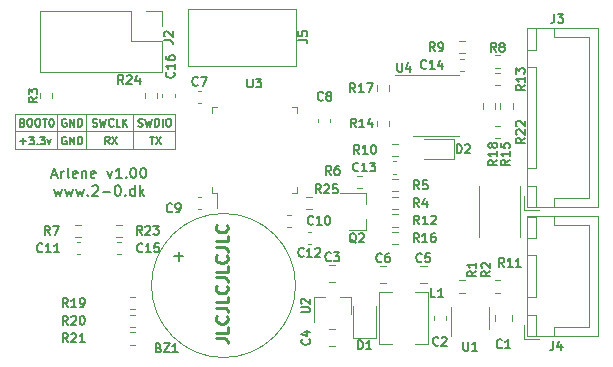
<source format=gbr>
G04 #@! TF.GenerationSoftware,KiCad,Pcbnew,5.1.10-88a1d61d58~90~ubuntu20.04.1*
G04 #@! TF.CreationDate,2021-08-05T14:32:23+02:00*
G04 #@! TF.ProjectId,arlene,61726c65-6e65-42e6-9b69-6361645f7063,v1.00*
G04 #@! TF.SameCoordinates,Original*
G04 #@! TF.FileFunction,Legend,Top*
G04 #@! TF.FilePolarity,Positive*
%FSLAX46Y46*%
G04 Gerber Fmt 4.6, Leading zero omitted, Abs format (unit mm)*
G04 Created by KiCad (PCBNEW 5.1.10-88a1d61d58~90~ubuntu20.04.1) date 2021-08-05 14:32:23*
%MOMM*%
%LPD*%
G01*
G04 APERTURE LIST*
%ADD10C,0.120000*%
%ADD11C,0.150000*%
%ADD12C,0.187500*%
%ADD13C,0.250000*%
G04 APERTURE END LIST*
D10*
X125300000Y-95700000D02*
X138800000Y-95700000D01*
X135300000Y-94200000D02*
X135300000Y-97200000D01*
X131300000Y-94200000D02*
X131300000Y-97200000D01*
X128800000Y-94200000D02*
X128800000Y-97200000D01*
X125300000Y-97200000D02*
X125300000Y-94200000D01*
X138800000Y-97200000D02*
X125300000Y-97200000D01*
X138800000Y-94200000D02*
X138800000Y-97200000D01*
X125300000Y-94200000D02*
X138800000Y-94200000D01*
D11*
X125730952Y-96546428D02*
X126226190Y-96546428D01*
X125978571Y-96794047D02*
X125978571Y-96298809D01*
X126473809Y-96144047D02*
X126876190Y-96144047D01*
X126659523Y-96391666D01*
X126752380Y-96391666D01*
X126814285Y-96422619D01*
X126845238Y-96453571D01*
X126876190Y-96515476D01*
X126876190Y-96670238D01*
X126845238Y-96732142D01*
X126814285Y-96763095D01*
X126752380Y-96794047D01*
X126566666Y-96794047D01*
X126504761Y-96763095D01*
X126473809Y-96732142D01*
X127154761Y-96732142D02*
X127185714Y-96763095D01*
X127154761Y-96794047D01*
X127123809Y-96763095D01*
X127154761Y-96732142D01*
X127154761Y-96794047D01*
X127402380Y-96144047D02*
X127804761Y-96144047D01*
X127588095Y-96391666D01*
X127680952Y-96391666D01*
X127742857Y-96422619D01*
X127773809Y-96453571D01*
X127804761Y-96515476D01*
X127804761Y-96670238D01*
X127773809Y-96732142D01*
X127742857Y-96763095D01*
X127680952Y-96794047D01*
X127495238Y-96794047D01*
X127433333Y-96763095D01*
X127402380Y-96732142D01*
X128021428Y-96360714D02*
X128176190Y-96794047D01*
X128330952Y-96360714D01*
X125908333Y-94953571D02*
X126001190Y-94984523D01*
X126032142Y-95015476D01*
X126063095Y-95077380D01*
X126063095Y-95170238D01*
X126032142Y-95232142D01*
X126001190Y-95263095D01*
X125939285Y-95294047D01*
X125691666Y-95294047D01*
X125691666Y-94644047D01*
X125908333Y-94644047D01*
X125970238Y-94675000D01*
X126001190Y-94705952D01*
X126032142Y-94767857D01*
X126032142Y-94829761D01*
X126001190Y-94891666D01*
X125970238Y-94922619D01*
X125908333Y-94953571D01*
X125691666Y-94953571D01*
X126465476Y-94644047D02*
X126589285Y-94644047D01*
X126651190Y-94675000D01*
X126713095Y-94736904D01*
X126744047Y-94860714D01*
X126744047Y-95077380D01*
X126713095Y-95201190D01*
X126651190Y-95263095D01*
X126589285Y-95294047D01*
X126465476Y-95294047D01*
X126403571Y-95263095D01*
X126341666Y-95201190D01*
X126310714Y-95077380D01*
X126310714Y-94860714D01*
X126341666Y-94736904D01*
X126403571Y-94675000D01*
X126465476Y-94644047D01*
X127146428Y-94644047D02*
X127270238Y-94644047D01*
X127332142Y-94675000D01*
X127394047Y-94736904D01*
X127425000Y-94860714D01*
X127425000Y-95077380D01*
X127394047Y-95201190D01*
X127332142Y-95263095D01*
X127270238Y-95294047D01*
X127146428Y-95294047D01*
X127084523Y-95263095D01*
X127022619Y-95201190D01*
X126991666Y-95077380D01*
X126991666Y-94860714D01*
X127022619Y-94736904D01*
X127084523Y-94675000D01*
X127146428Y-94644047D01*
X127610714Y-94644047D02*
X127982142Y-94644047D01*
X127796428Y-95294047D02*
X127796428Y-94644047D01*
X128322619Y-94644047D02*
X128384523Y-94644047D01*
X128446428Y-94675000D01*
X128477380Y-94705952D01*
X128508333Y-94767857D01*
X128539285Y-94891666D01*
X128539285Y-95046428D01*
X128508333Y-95170238D01*
X128477380Y-95232142D01*
X128446428Y-95263095D01*
X128384523Y-95294047D01*
X128322619Y-95294047D01*
X128260714Y-95263095D01*
X128229761Y-95232142D01*
X128198809Y-95170238D01*
X128167857Y-95046428D01*
X128167857Y-94891666D01*
X128198809Y-94767857D01*
X128229761Y-94705952D01*
X128260714Y-94675000D01*
X128322619Y-94644047D01*
X129604761Y-96175000D02*
X129542857Y-96144047D01*
X129450000Y-96144047D01*
X129357142Y-96175000D01*
X129295238Y-96236904D01*
X129264285Y-96298809D01*
X129233333Y-96422619D01*
X129233333Y-96515476D01*
X129264285Y-96639285D01*
X129295238Y-96701190D01*
X129357142Y-96763095D01*
X129450000Y-96794047D01*
X129511904Y-96794047D01*
X129604761Y-96763095D01*
X129635714Y-96732142D01*
X129635714Y-96515476D01*
X129511904Y-96515476D01*
X129914285Y-96794047D02*
X129914285Y-96144047D01*
X130285714Y-96794047D01*
X130285714Y-96144047D01*
X130595238Y-96794047D02*
X130595238Y-96144047D01*
X130750000Y-96144047D01*
X130842857Y-96175000D01*
X130904761Y-96236904D01*
X130935714Y-96298809D01*
X130966666Y-96422619D01*
X130966666Y-96515476D01*
X130935714Y-96639285D01*
X130904761Y-96701190D01*
X130842857Y-96763095D01*
X130750000Y-96794047D01*
X130595238Y-96794047D01*
X129604761Y-94675000D02*
X129542857Y-94644047D01*
X129450000Y-94644047D01*
X129357142Y-94675000D01*
X129295238Y-94736904D01*
X129264285Y-94798809D01*
X129233333Y-94922619D01*
X129233333Y-95015476D01*
X129264285Y-95139285D01*
X129295238Y-95201190D01*
X129357142Y-95263095D01*
X129450000Y-95294047D01*
X129511904Y-95294047D01*
X129604761Y-95263095D01*
X129635714Y-95232142D01*
X129635714Y-95015476D01*
X129511904Y-95015476D01*
X129914285Y-95294047D02*
X129914285Y-94644047D01*
X130285714Y-95294047D01*
X130285714Y-94644047D01*
X130595238Y-95294047D02*
X130595238Y-94644047D01*
X130750000Y-94644047D01*
X130842857Y-94675000D01*
X130904761Y-94736904D01*
X130935714Y-94798809D01*
X130966666Y-94922619D01*
X130966666Y-95015476D01*
X130935714Y-95139285D01*
X130904761Y-95201190D01*
X130842857Y-95263095D01*
X130750000Y-95294047D01*
X130595238Y-95294047D01*
X136704761Y-96144047D02*
X137076190Y-96144047D01*
X136890476Y-96794047D02*
X136890476Y-96144047D01*
X137230952Y-96144047D02*
X137664285Y-96794047D01*
X137664285Y-96144047D02*
X137230952Y-96794047D01*
X131849761Y-95263095D02*
X131942619Y-95294047D01*
X132097380Y-95294047D01*
X132159285Y-95263095D01*
X132190238Y-95232142D01*
X132221190Y-95170238D01*
X132221190Y-95108333D01*
X132190238Y-95046428D01*
X132159285Y-95015476D01*
X132097380Y-94984523D01*
X131973571Y-94953571D01*
X131911666Y-94922619D01*
X131880714Y-94891666D01*
X131849761Y-94829761D01*
X131849761Y-94767857D01*
X131880714Y-94705952D01*
X131911666Y-94675000D01*
X131973571Y-94644047D01*
X132128333Y-94644047D01*
X132221190Y-94675000D01*
X132437857Y-94644047D02*
X132592619Y-95294047D01*
X132716428Y-94829761D01*
X132840238Y-95294047D01*
X132995000Y-94644047D01*
X133614047Y-95232142D02*
X133583095Y-95263095D01*
X133490238Y-95294047D01*
X133428333Y-95294047D01*
X133335476Y-95263095D01*
X133273571Y-95201190D01*
X133242619Y-95139285D01*
X133211666Y-95015476D01*
X133211666Y-94922619D01*
X133242619Y-94798809D01*
X133273571Y-94736904D01*
X133335476Y-94675000D01*
X133428333Y-94644047D01*
X133490238Y-94644047D01*
X133583095Y-94675000D01*
X133614047Y-94705952D01*
X134202142Y-95294047D02*
X133892619Y-95294047D01*
X133892619Y-94644047D01*
X134418809Y-95294047D02*
X134418809Y-94644047D01*
X134790238Y-95294047D02*
X134511666Y-94922619D01*
X134790238Y-94644047D02*
X134418809Y-95015476D01*
X135722619Y-95263095D02*
X135815476Y-95294047D01*
X135970238Y-95294047D01*
X136032142Y-95263095D01*
X136063095Y-95232142D01*
X136094047Y-95170238D01*
X136094047Y-95108333D01*
X136063095Y-95046428D01*
X136032142Y-95015476D01*
X135970238Y-94984523D01*
X135846428Y-94953571D01*
X135784523Y-94922619D01*
X135753571Y-94891666D01*
X135722619Y-94829761D01*
X135722619Y-94767857D01*
X135753571Y-94705952D01*
X135784523Y-94675000D01*
X135846428Y-94644047D01*
X136001190Y-94644047D01*
X136094047Y-94675000D01*
X136310714Y-94644047D02*
X136465476Y-95294047D01*
X136589285Y-94829761D01*
X136713095Y-95294047D01*
X136867857Y-94644047D01*
X137115476Y-95294047D02*
X137115476Y-94644047D01*
X137270238Y-94644047D01*
X137363095Y-94675000D01*
X137425000Y-94736904D01*
X137455952Y-94798809D01*
X137486904Y-94922619D01*
X137486904Y-95015476D01*
X137455952Y-95139285D01*
X137425000Y-95201190D01*
X137363095Y-95263095D01*
X137270238Y-95294047D01*
X137115476Y-95294047D01*
X137765476Y-95294047D02*
X137765476Y-94644047D01*
X138198809Y-94644047D02*
X138322619Y-94644047D01*
X138384523Y-94675000D01*
X138446428Y-94736904D01*
X138477380Y-94860714D01*
X138477380Y-95077380D01*
X138446428Y-95201190D01*
X138384523Y-95263095D01*
X138322619Y-95294047D01*
X138198809Y-95294047D01*
X138136904Y-95263095D01*
X138075000Y-95201190D01*
X138044047Y-95077380D01*
X138044047Y-94860714D01*
X138075000Y-94736904D01*
X138136904Y-94675000D01*
X138198809Y-94644047D01*
X133291666Y-96794047D02*
X133075000Y-96484523D01*
X132920238Y-96794047D02*
X132920238Y-96144047D01*
X133167857Y-96144047D01*
X133229761Y-96175000D01*
X133260714Y-96205952D01*
X133291666Y-96267857D01*
X133291666Y-96360714D01*
X133260714Y-96422619D01*
X133229761Y-96453571D01*
X133167857Y-96484523D01*
X132920238Y-96484523D01*
X133508333Y-96144047D02*
X133941666Y-96794047D01*
X133941666Y-96144047D02*
X133508333Y-96794047D01*
D12*
X128388095Y-99392916D02*
X128807142Y-99392916D01*
X128304285Y-99644345D02*
X128597619Y-98764345D01*
X128890952Y-99644345D01*
X129184285Y-99644345D02*
X129184285Y-99057678D01*
X129184285Y-99225297D02*
X129226190Y-99141488D01*
X129268095Y-99099583D01*
X129351904Y-99057678D01*
X129435714Y-99057678D01*
X129854761Y-99644345D02*
X129770952Y-99602440D01*
X129729047Y-99518630D01*
X129729047Y-98764345D01*
X130525238Y-99602440D02*
X130441428Y-99644345D01*
X130273809Y-99644345D01*
X130190000Y-99602440D01*
X130148095Y-99518630D01*
X130148095Y-99183392D01*
X130190000Y-99099583D01*
X130273809Y-99057678D01*
X130441428Y-99057678D01*
X130525238Y-99099583D01*
X130567142Y-99183392D01*
X130567142Y-99267202D01*
X130148095Y-99351011D01*
X130944285Y-99057678D02*
X130944285Y-99644345D01*
X130944285Y-99141488D02*
X130986190Y-99099583D01*
X131070000Y-99057678D01*
X131195714Y-99057678D01*
X131279523Y-99099583D01*
X131321428Y-99183392D01*
X131321428Y-99644345D01*
X132075714Y-99602440D02*
X131991904Y-99644345D01*
X131824285Y-99644345D01*
X131740476Y-99602440D01*
X131698571Y-99518630D01*
X131698571Y-99183392D01*
X131740476Y-99099583D01*
X131824285Y-99057678D01*
X131991904Y-99057678D01*
X132075714Y-99099583D01*
X132117619Y-99183392D01*
X132117619Y-99267202D01*
X131698571Y-99351011D01*
X133081428Y-99057678D02*
X133290952Y-99644345D01*
X133500476Y-99057678D01*
X134296666Y-99644345D02*
X133793809Y-99644345D01*
X134045238Y-99644345D02*
X134045238Y-98764345D01*
X133961428Y-98890059D01*
X133877619Y-98973869D01*
X133793809Y-99015773D01*
X134673809Y-99560535D02*
X134715714Y-99602440D01*
X134673809Y-99644345D01*
X134631904Y-99602440D01*
X134673809Y-99560535D01*
X134673809Y-99644345D01*
X135260476Y-98764345D02*
X135344285Y-98764345D01*
X135428095Y-98806250D01*
X135470000Y-98848154D01*
X135511904Y-98931964D01*
X135553809Y-99099583D01*
X135553809Y-99309107D01*
X135511904Y-99476726D01*
X135470000Y-99560535D01*
X135428095Y-99602440D01*
X135344285Y-99644345D01*
X135260476Y-99644345D01*
X135176666Y-99602440D01*
X135134761Y-99560535D01*
X135092857Y-99476726D01*
X135050952Y-99309107D01*
X135050952Y-99099583D01*
X135092857Y-98931964D01*
X135134761Y-98848154D01*
X135176666Y-98806250D01*
X135260476Y-98764345D01*
X136098571Y-98764345D02*
X136182380Y-98764345D01*
X136266190Y-98806250D01*
X136308095Y-98848154D01*
X136350000Y-98931964D01*
X136391904Y-99099583D01*
X136391904Y-99309107D01*
X136350000Y-99476726D01*
X136308095Y-99560535D01*
X136266190Y-99602440D01*
X136182380Y-99644345D01*
X136098571Y-99644345D01*
X136014761Y-99602440D01*
X135972857Y-99560535D01*
X135930952Y-99476726D01*
X135889047Y-99309107D01*
X135889047Y-99099583D01*
X135930952Y-98931964D01*
X135972857Y-98848154D01*
X136014761Y-98806250D01*
X136098571Y-98764345D01*
X128576666Y-100565178D02*
X128744285Y-101151845D01*
X128911904Y-100732797D01*
X129079523Y-101151845D01*
X129247142Y-100565178D01*
X129498571Y-100565178D02*
X129666190Y-101151845D01*
X129833809Y-100732797D01*
X130001428Y-101151845D01*
X130169047Y-100565178D01*
X130420476Y-100565178D02*
X130588095Y-101151845D01*
X130755714Y-100732797D01*
X130923333Y-101151845D01*
X131090952Y-100565178D01*
X131426190Y-101068035D02*
X131468095Y-101109940D01*
X131426190Y-101151845D01*
X131384285Y-101109940D01*
X131426190Y-101068035D01*
X131426190Y-101151845D01*
X131803333Y-100355654D02*
X131845238Y-100313750D01*
X131929047Y-100271845D01*
X132138571Y-100271845D01*
X132222380Y-100313750D01*
X132264285Y-100355654D01*
X132306190Y-100439464D01*
X132306190Y-100523273D01*
X132264285Y-100648988D01*
X131761428Y-101151845D01*
X132306190Y-101151845D01*
X132683333Y-100816607D02*
X133353809Y-100816607D01*
X133940476Y-100271845D02*
X134024285Y-100271845D01*
X134108095Y-100313750D01*
X134150000Y-100355654D01*
X134191904Y-100439464D01*
X134233809Y-100607083D01*
X134233809Y-100816607D01*
X134191904Y-100984226D01*
X134150000Y-101068035D01*
X134108095Y-101109940D01*
X134024285Y-101151845D01*
X133940476Y-101151845D01*
X133856666Y-101109940D01*
X133814761Y-101068035D01*
X133772857Y-100984226D01*
X133730952Y-100816607D01*
X133730952Y-100607083D01*
X133772857Y-100439464D01*
X133814761Y-100355654D01*
X133856666Y-100313750D01*
X133940476Y-100271845D01*
X134610952Y-101068035D02*
X134652857Y-101109940D01*
X134610952Y-101151845D01*
X134569047Y-101109940D01*
X134610952Y-101068035D01*
X134610952Y-101151845D01*
X135407142Y-101151845D02*
X135407142Y-100271845D01*
X135407142Y-101109940D02*
X135323333Y-101151845D01*
X135155714Y-101151845D01*
X135071904Y-101109940D01*
X135030000Y-101068035D01*
X134988095Y-100984226D01*
X134988095Y-100732797D01*
X135030000Y-100648988D01*
X135071904Y-100607083D01*
X135155714Y-100565178D01*
X135323333Y-100565178D01*
X135407142Y-100607083D01*
X135826190Y-101151845D02*
X135826190Y-100271845D01*
X135910000Y-100816607D02*
X136161428Y-101151845D01*
X136161428Y-100565178D02*
X135826190Y-100900416D01*
D13*
X142282380Y-113209047D02*
X142996666Y-113209047D01*
X143139523Y-113256666D01*
X143234761Y-113351904D01*
X143282380Y-113494761D01*
X143282380Y-113590000D01*
X143282380Y-112256666D02*
X143282380Y-112732857D01*
X142282380Y-112732857D01*
X143187142Y-111351904D02*
X143234761Y-111399523D01*
X143282380Y-111542380D01*
X143282380Y-111637619D01*
X143234761Y-111780476D01*
X143139523Y-111875714D01*
X143044285Y-111923333D01*
X142853809Y-111970952D01*
X142710952Y-111970952D01*
X142520476Y-111923333D01*
X142425238Y-111875714D01*
X142330000Y-111780476D01*
X142282380Y-111637619D01*
X142282380Y-111542380D01*
X142330000Y-111399523D01*
X142377619Y-111351904D01*
X142282380Y-110637619D02*
X142996666Y-110637619D01*
X143139523Y-110685238D01*
X143234761Y-110780476D01*
X143282380Y-110923333D01*
X143282380Y-111018571D01*
X143282380Y-109685238D02*
X143282380Y-110161428D01*
X142282380Y-110161428D01*
X143187142Y-108780476D02*
X143234761Y-108828095D01*
X143282380Y-108970952D01*
X143282380Y-109066190D01*
X143234761Y-109209047D01*
X143139523Y-109304285D01*
X143044285Y-109351904D01*
X142853809Y-109399523D01*
X142710952Y-109399523D01*
X142520476Y-109351904D01*
X142425238Y-109304285D01*
X142330000Y-109209047D01*
X142282380Y-109066190D01*
X142282380Y-108970952D01*
X142330000Y-108828095D01*
X142377619Y-108780476D01*
X142282380Y-108066190D02*
X142996666Y-108066190D01*
X143139523Y-108113809D01*
X143234761Y-108209047D01*
X143282380Y-108351904D01*
X143282380Y-108447142D01*
X143282380Y-107113809D02*
X143282380Y-107590000D01*
X142282380Y-107590000D01*
X143187142Y-106209047D02*
X143234761Y-106256666D01*
X143282380Y-106399523D01*
X143282380Y-106494761D01*
X143234761Y-106637619D01*
X143139523Y-106732857D01*
X143044285Y-106780476D01*
X142853809Y-106828095D01*
X142710952Y-106828095D01*
X142520476Y-106780476D01*
X142425238Y-106732857D01*
X142330000Y-106637619D01*
X142282380Y-106494761D01*
X142282380Y-106399523D01*
X142330000Y-106256666D01*
X142377619Y-106209047D01*
X142282380Y-105494761D02*
X142996666Y-105494761D01*
X143139523Y-105542380D01*
X143234761Y-105637619D01*
X143282380Y-105780476D01*
X143282380Y-105875714D01*
X143282380Y-104542380D02*
X143282380Y-105018571D01*
X142282380Y-105018571D01*
X143187142Y-103637619D02*
X143234761Y-103685238D01*
X143282380Y-103828095D01*
X143282380Y-103923333D01*
X143234761Y-104066190D01*
X143139523Y-104161428D01*
X143044285Y-104209047D01*
X142853809Y-104256666D01*
X142710952Y-104256666D01*
X142520476Y-104209047D01*
X142425238Y-104161428D01*
X142330000Y-104066190D01*
X142282380Y-103923333D01*
X142282380Y-103828095D01*
X142330000Y-103685238D01*
X142377619Y-103637619D01*
D10*
X139930000Y-85340000D02*
X149030000Y-85340000D01*
X149030000Y-85340000D02*
X149030000Y-90140000D01*
X149030000Y-90140000D02*
X139930000Y-90140000D01*
X139930000Y-90140000D02*
X139930000Y-85340000D01*
X164580000Y-104677064D02*
X164580000Y-100322936D01*
X168000000Y-104677064D02*
X168000000Y-100322936D01*
X167402500Y-93292742D02*
X167402500Y-93767258D01*
X166357500Y-93292742D02*
X166357500Y-93767258D01*
X164857500Y-93292742D02*
X164857500Y-93767258D01*
X165902500Y-93292742D02*
X165902500Y-93767258D01*
X166367258Y-90767500D02*
X165892742Y-90767500D01*
X166367258Y-91812500D02*
X165892742Y-91812500D01*
X160910000Y-96090000D02*
X162860000Y-96090000D01*
X160910000Y-96090000D02*
X158960000Y-96090000D01*
X160910000Y-90970000D02*
X162860000Y-90970000D01*
X160910000Y-90970000D02*
X157460000Y-90970000D01*
X157192742Y-101237500D02*
X157667258Y-101237500D01*
X157192742Y-102282500D02*
X157667258Y-102282500D01*
X157667258Y-99737500D02*
X157192742Y-99737500D01*
X157667258Y-100782500D02*
X157192742Y-100782500D01*
X157667258Y-105262500D02*
X157192742Y-105262500D01*
X157667258Y-104217500D02*
X157192742Y-104217500D01*
X157192742Y-103762500D02*
X157667258Y-103762500D01*
X157192742Y-102717500D02*
X157667258Y-102717500D01*
X168640000Y-113020000D02*
X174610000Y-113020000D01*
X174610000Y-113020000D02*
X174610000Y-102900000D01*
X174610000Y-102900000D02*
X168640000Y-102900000D01*
X168640000Y-102900000D02*
X168640000Y-113020000D01*
X168650000Y-109710000D02*
X169400000Y-109710000D01*
X169400000Y-109710000D02*
X169400000Y-106210000D01*
X169400000Y-106210000D02*
X168650000Y-106210000D01*
X168650000Y-106210000D02*
X168650000Y-109710000D01*
X168650000Y-113010000D02*
X169400000Y-113010000D01*
X169400000Y-113010000D02*
X169400000Y-111210000D01*
X169400000Y-111210000D02*
X168650000Y-111210000D01*
X168650000Y-111210000D02*
X168650000Y-113010000D01*
X168650000Y-104710000D02*
X169400000Y-104710000D01*
X169400000Y-104710000D02*
X169400000Y-102910000D01*
X169400000Y-102910000D02*
X168650000Y-102910000D01*
X168650000Y-102910000D02*
X168650000Y-104710000D01*
X170900000Y-113010000D02*
X170900000Y-112260000D01*
X170900000Y-112260000D02*
X173850000Y-112260000D01*
X173850000Y-112260000D02*
X173850000Y-107960000D01*
X170900000Y-102910000D02*
X170900000Y-103660000D01*
X170900000Y-103660000D02*
X173850000Y-103660000D01*
X173850000Y-103660000D02*
X173850000Y-107960000D01*
X168350000Y-112060000D02*
X168350000Y-113310000D01*
X168350000Y-113310000D02*
X169600000Y-113310000D01*
X168640000Y-102100000D02*
X174610000Y-102100000D01*
X174610000Y-102100000D02*
X174610000Y-86980000D01*
X174610000Y-86980000D02*
X168640000Y-86980000D01*
X168640000Y-86980000D02*
X168640000Y-102100000D01*
X168650000Y-98790000D02*
X169400000Y-98790000D01*
X169400000Y-98790000D02*
X169400000Y-90290000D01*
X169400000Y-90290000D02*
X168650000Y-90290000D01*
X168650000Y-90290000D02*
X168650000Y-98790000D01*
X168650000Y-102090000D02*
X169400000Y-102090000D01*
X169400000Y-102090000D02*
X169400000Y-100290000D01*
X169400000Y-100290000D02*
X168650000Y-100290000D01*
X168650000Y-100290000D02*
X168650000Y-102090000D01*
X168650000Y-88790000D02*
X169400000Y-88790000D01*
X169400000Y-88790000D02*
X169400000Y-86990000D01*
X169400000Y-86990000D02*
X168650000Y-86990000D01*
X168650000Y-86990000D02*
X168650000Y-88790000D01*
X170900000Y-102090000D02*
X170900000Y-101340000D01*
X170900000Y-101340000D02*
X173850000Y-101340000D01*
X173850000Y-101340000D02*
X173850000Y-94540000D01*
X170900000Y-86990000D02*
X170900000Y-87740000D01*
X170900000Y-87740000D02*
X173850000Y-87740000D01*
X173850000Y-87740000D02*
X173850000Y-94540000D01*
X168350000Y-101140000D02*
X168350000Y-102390000D01*
X168350000Y-102390000D02*
X169600000Y-102390000D01*
X149030000Y-108750000D02*
G75*
G03*
X149030000Y-108750000I-6100000J0D01*
G01*
X165895000Y-111761252D02*
X165895000Y-111238748D01*
X167365000Y-111761252D02*
X167365000Y-111238748D01*
X160730000Y-111359420D02*
X160730000Y-111640580D01*
X161750000Y-111359420D02*
X161750000Y-111640580D01*
X152401252Y-108485000D02*
X151878748Y-108485000D01*
X152401252Y-107015000D02*
X151878748Y-107015000D01*
X152401252Y-112435000D02*
X151878748Y-112435000D01*
X152401252Y-113905000D02*
X151878748Y-113905000D01*
X159598748Y-107095000D02*
X160121252Y-107095000D01*
X159598748Y-108565000D02*
X160121252Y-108565000D01*
X156701252Y-107095000D02*
X156178748Y-107095000D01*
X156701252Y-108565000D02*
X156178748Y-108565000D01*
X141010580Y-93270000D02*
X140729420Y-93270000D01*
X141010580Y-92250000D02*
X140729420Y-92250000D01*
X150920000Y-94629420D02*
X150920000Y-94910580D01*
X151940000Y-94629420D02*
X151940000Y-94910580D01*
X141010580Y-101270000D02*
X140729420Y-101270000D01*
X141010580Y-102290000D02*
X140729420Y-102290000D01*
X148329420Y-102760000D02*
X148610580Y-102760000D01*
X148329420Y-103780000D02*
X148610580Y-103780000D01*
X150049420Y-104250000D02*
X150330580Y-104250000D01*
X150049420Y-105270000D02*
X150330580Y-105270000D01*
X157570580Y-99270000D02*
X157289420Y-99270000D01*
X157570580Y-98250000D02*
X157289420Y-98250000D01*
X162989420Y-89560000D02*
X163270580Y-89560000D01*
X162989420Y-90580000D02*
X163270580Y-90580000D01*
X155840000Y-113185000D02*
X155840000Y-110500000D01*
X153920000Y-113185000D02*
X155840000Y-113185000D01*
X153920000Y-110500000D02*
X153920000Y-113185000D01*
X162410000Y-98060000D02*
X162410000Y-96360000D01*
X162410000Y-96360000D02*
X159860000Y-96360000D01*
X162410000Y-98060000D02*
X159860000Y-98060000D01*
X162872742Y-108307500D02*
X163347258Y-108307500D01*
X162872742Y-109352500D02*
X163347258Y-109352500D01*
X165872742Y-109352500D02*
X166347258Y-109352500D01*
X165872742Y-108307500D02*
X166347258Y-108307500D01*
X128422500Y-92442742D02*
X128422500Y-92917258D01*
X127377500Y-92442742D02*
X127377500Y-92917258D01*
X154192742Y-100512500D02*
X154667258Y-100512500D01*
X154192742Y-99467500D02*
X154667258Y-99467500D01*
X165892742Y-89277500D02*
X166367258Y-89277500D01*
X165892742Y-90322500D02*
X166367258Y-90322500D01*
X162892742Y-89102500D02*
X163367258Y-89102500D01*
X162892742Y-88057500D02*
X163367258Y-88057500D01*
X157192742Y-97782500D02*
X157667258Y-97782500D01*
X157192742Y-96737500D02*
X157667258Y-96737500D01*
X155927500Y-95267258D02*
X155927500Y-94792742D01*
X156972500Y-95267258D02*
X156972500Y-94792742D01*
X155927500Y-92267258D02*
X155927500Y-91792742D01*
X156972500Y-92267258D02*
X156972500Y-91792742D01*
X165420000Y-112400000D02*
X165420000Y-110600000D01*
X162200000Y-110600000D02*
X162200000Y-113050000D01*
X153720000Y-109690000D02*
X153720000Y-111150000D01*
X150560000Y-109690000D02*
X150560000Y-111850000D01*
X150560000Y-109690000D02*
X151490000Y-109690000D01*
X153720000Y-109690000D02*
X152790000Y-109690000D01*
X149140000Y-94110000D02*
X149140000Y-93660000D01*
X149140000Y-93660000D02*
X148690000Y-93660000D01*
X149140000Y-100430000D02*
X149140000Y-100880000D01*
X149140000Y-100880000D02*
X148690000Y-100880000D01*
X141920000Y-94110000D02*
X141920000Y-93660000D01*
X141920000Y-93660000D02*
X142370000Y-93660000D01*
X141920000Y-100430000D02*
X141920000Y-100880000D01*
X141920000Y-100880000D02*
X142370000Y-100880000D01*
X142370000Y-100880000D02*
X142370000Y-102170000D01*
X137680000Y-85490000D02*
X137680000Y-86820000D01*
X136350000Y-85490000D02*
X137680000Y-85490000D01*
X137680000Y-88090000D02*
X137680000Y-90690000D01*
X135080000Y-88090000D02*
X137680000Y-88090000D01*
X135080000Y-85490000D02*
X135080000Y-88090000D01*
X137680000Y-90690000D02*
X127400000Y-90690000D01*
X135080000Y-85490000D02*
X127400000Y-85490000D01*
X127400000Y-85490000D02*
X127400000Y-90690000D01*
X134992742Y-110772500D02*
X135467258Y-110772500D01*
X134992742Y-109727500D02*
X135467258Y-109727500D01*
X134992742Y-111217500D02*
X135467258Y-111217500D01*
X134992742Y-112262500D02*
X135467258Y-112262500D01*
X134992742Y-112707500D02*
X135467258Y-112707500D01*
X134992742Y-113752500D02*
X135467258Y-113752500D01*
X159180000Y-109300000D02*
X160280000Y-109300000D01*
X160280000Y-109300000D02*
X160280000Y-113700000D01*
X160280000Y-113700000D02*
X159180000Y-113700000D01*
X157180000Y-113700000D02*
X156080000Y-113700000D01*
X156080000Y-113700000D02*
X156080000Y-109300000D01*
X156080000Y-109300000D02*
X157180000Y-109300000D01*
X165892742Y-96292500D02*
X166367258Y-96292500D01*
X165892742Y-95247500D02*
X166367258Y-95247500D01*
X154980000Y-104080000D02*
X154980000Y-103150000D01*
X154980000Y-100920000D02*
X154980000Y-101850000D01*
X154980000Y-100920000D02*
X152820000Y-100920000D01*
X154980000Y-104080000D02*
X153520000Y-104080000D01*
X130484420Y-105090000D02*
X130765580Y-105090000D01*
X130484420Y-106110000D02*
X130765580Y-106110000D01*
X133944420Y-105090000D02*
X134225580Y-105090000D01*
X133944420Y-106110000D02*
X134225580Y-106110000D01*
X138780000Y-92820580D02*
X138780000Y-92539420D01*
X137760000Y-92820580D02*
X137760000Y-92539420D01*
X130387742Y-103587500D02*
X130862258Y-103587500D01*
X130387742Y-104632500D02*
X130862258Y-104632500D01*
X133847742Y-104632500D02*
X134322258Y-104632500D01*
X133847742Y-103587500D02*
X134322258Y-103587500D01*
X136247500Y-92917258D02*
X136247500Y-92442742D01*
X137292500Y-92917258D02*
X137292500Y-92442742D01*
X149952742Y-102302500D02*
X150427258Y-102302500D01*
X149952742Y-101257500D02*
X150427258Y-101257500D01*
D11*
X149249285Y-87960000D02*
X149785000Y-87960000D01*
X149892142Y-87995714D01*
X149963571Y-88067142D01*
X149999285Y-88174285D01*
X149999285Y-88245714D01*
X149249285Y-87245714D02*
X149249285Y-87602857D01*
X149606428Y-87638571D01*
X149570714Y-87602857D01*
X149535000Y-87531428D01*
X149535000Y-87352857D01*
X149570714Y-87281428D01*
X149606428Y-87245714D01*
X149677857Y-87210000D01*
X149856428Y-87210000D01*
X149927857Y-87245714D01*
X149963571Y-87281428D01*
X149999285Y-87352857D01*
X149999285Y-87531428D01*
X149963571Y-87602857D01*
X149927857Y-87638571D01*
X166687857Y-107179285D02*
X166437857Y-106822142D01*
X166259285Y-107179285D02*
X166259285Y-106429285D01*
X166545000Y-106429285D01*
X166616428Y-106465000D01*
X166652142Y-106500714D01*
X166687857Y-106572142D01*
X166687857Y-106679285D01*
X166652142Y-106750714D01*
X166616428Y-106786428D01*
X166545000Y-106822142D01*
X166259285Y-106822142D01*
X167402142Y-107179285D02*
X166973571Y-107179285D01*
X167187857Y-107179285D02*
X167187857Y-106429285D01*
X167116428Y-106536428D01*
X167045000Y-106607857D01*
X166973571Y-106643571D01*
X168116428Y-107179285D02*
X167687857Y-107179285D01*
X167902142Y-107179285D02*
X167902142Y-106429285D01*
X167830714Y-106536428D01*
X167759285Y-106607857D01*
X167687857Y-106643571D01*
X167149285Y-98102142D02*
X166792142Y-98352142D01*
X167149285Y-98530714D02*
X166399285Y-98530714D01*
X166399285Y-98245000D01*
X166435000Y-98173571D01*
X166470714Y-98137857D01*
X166542142Y-98102142D01*
X166649285Y-98102142D01*
X166720714Y-98137857D01*
X166756428Y-98173571D01*
X166792142Y-98245000D01*
X166792142Y-98530714D01*
X167149285Y-97387857D02*
X167149285Y-97816428D01*
X167149285Y-97602142D02*
X166399285Y-97602142D01*
X166506428Y-97673571D01*
X166577857Y-97745000D01*
X166613571Y-97816428D01*
X166399285Y-96709285D02*
X166399285Y-97066428D01*
X166756428Y-97102142D01*
X166720714Y-97066428D01*
X166685000Y-96995000D01*
X166685000Y-96816428D01*
X166720714Y-96745000D01*
X166756428Y-96709285D01*
X166827857Y-96673571D01*
X167006428Y-96673571D01*
X167077857Y-96709285D01*
X167113571Y-96745000D01*
X167149285Y-96816428D01*
X167149285Y-96995000D01*
X167113571Y-97066428D01*
X167077857Y-97102142D01*
X166089285Y-98102142D02*
X165732142Y-98352142D01*
X166089285Y-98530714D02*
X165339285Y-98530714D01*
X165339285Y-98245000D01*
X165375000Y-98173571D01*
X165410714Y-98137857D01*
X165482142Y-98102142D01*
X165589285Y-98102142D01*
X165660714Y-98137857D01*
X165696428Y-98173571D01*
X165732142Y-98245000D01*
X165732142Y-98530714D01*
X166089285Y-97387857D02*
X166089285Y-97816428D01*
X166089285Y-97602142D02*
X165339285Y-97602142D01*
X165446428Y-97673571D01*
X165517857Y-97745000D01*
X165553571Y-97816428D01*
X165660714Y-96959285D02*
X165625000Y-97030714D01*
X165589285Y-97066428D01*
X165517857Y-97102142D01*
X165482142Y-97102142D01*
X165410714Y-97066428D01*
X165375000Y-97030714D01*
X165339285Y-96959285D01*
X165339285Y-96816428D01*
X165375000Y-96745000D01*
X165410714Y-96709285D01*
X165482142Y-96673571D01*
X165517857Y-96673571D01*
X165589285Y-96709285D01*
X165625000Y-96745000D01*
X165660714Y-96816428D01*
X165660714Y-96959285D01*
X165696428Y-97030714D01*
X165732142Y-97066428D01*
X165803571Y-97102142D01*
X165946428Y-97102142D01*
X166017857Y-97066428D01*
X166053571Y-97030714D01*
X166089285Y-96959285D01*
X166089285Y-96816428D01*
X166053571Y-96745000D01*
X166017857Y-96709285D01*
X165946428Y-96673571D01*
X165803571Y-96673571D01*
X165732142Y-96709285D01*
X165696428Y-96745000D01*
X165660714Y-96816428D01*
X168439285Y-91772142D02*
X168082142Y-92022142D01*
X168439285Y-92200714D02*
X167689285Y-92200714D01*
X167689285Y-91915000D01*
X167725000Y-91843571D01*
X167760714Y-91807857D01*
X167832142Y-91772142D01*
X167939285Y-91772142D01*
X168010714Y-91807857D01*
X168046428Y-91843571D01*
X168082142Y-91915000D01*
X168082142Y-92200714D01*
X168439285Y-91057857D02*
X168439285Y-91486428D01*
X168439285Y-91272142D02*
X167689285Y-91272142D01*
X167796428Y-91343571D01*
X167867857Y-91415000D01*
X167903571Y-91486428D01*
X167689285Y-90807857D02*
X167689285Y-90343571D01*
X167975000Y-90593571D01*
X167975000Y-90486428D01*
X168010714Y-90415000D01*
X168046428Y-90379285D01*
X168117857Y-90343571D01*
X168296428Y-90343571D01*
X168367857Y-90379285D01*
X168403571Y-90415000D01*
X168439285Y-90486428D01*
X168439285Y-90700714D01*
X168403571Y-90772142D01*
X168367857Y-90807857D01*
X157628571Y-89899285D02*
X157628571Y-90506428D01*
X157664285Y-90577857D01*
X157700000Y-90613571D01*
X157771428Y-90649285D01*
X157914285Y-90649285D01*
X157985714Y-90613571D01*
X158021428Y-90577857D01*
X158057142Y-90506428D01*
X158057142Y-89899285D01*
X158735714Y-90149285D02*
X158735714Y-90649285D01*
X158557142Y-89863571D02*
X158378571Y-90399285D01*
X158842857Y-90399285D01*
X159485000Y-102109285D02*
X159235000Y-101752142D01*
X159056428Y-102109285D02*
X159056428Y-101359285D01*
X159342142Y-101359285D01*
X159413571Y-101395000D01*
X159449285Y-101430714D01*
X159485000Y-101502142D01*
X159485000Y-101609285D01*
X159449285Y-101680714D01*
X159413571Y-101716428D01*
X159342142Y-101752142D01*
X159056428Y-101752142D01*
X160127857Y-101609285D02*
X160127857Y-102109285D01*
X159949285Y-101323571D02*
X159770714Y-101859285D01*
X160235000Y-101859285D01*
X159495000Y-100599285D02*
X159245000Y-100242142D01*
X159066428Y-100599285D02*
X159066428Y-99849285D01*
X159352142Y-99849285D01*
X159423571Y-99885000D01*
X159459285Y-99920714D01*
X159495000Y-99992142D01*
X159495000Y-100099285D01*
X159459285Y-100170714D01*
X159423571Y-100206428D01*
X159352142Y-100242142D01*
X159066428Y-100242142D01*
X160173571Y-99849285D02*
X159816428Y-99849285D01*
X159780714Y-100206428D01*
X159816428Y-100170714D01*
X159887857Y-100135000D01*
X160066428Y-100135000D01*
X160137857Y-100170714D01*
X160173571Y-100206428D01*
X160209285Y-100277857D01*
X160209285Y-100456428D01*
X160173571Y-100527857D01*
X160137857Y-100563571D01*
X160066428Y-100599285D01*
X159887857Y-100599285D01*
X159816428Y-100563571D01*
X159780714Y-100527857D01*
X159477857Y-105069285D02*
X159227857Y-104712142D01*
X159049285Y-105069285D02*
X159049285Y-104319285D01*
X159335000Y-104319285D01*
X159406428Y-104355000D01*
X159442142Y-104390714D01*
X159477857Y-104462142D01*
X159477857Y-104569285D01*
X159442142Y-104640714D01*
X159406428Y-104676428D01*
X159335000Y-104712142D01*
X159049285Y-104712142D01*
X160192142Y-105069285D02*
X159763571Y-105069285D01*
X159977857Y-105069285D02*
X159977857Y-104319285D01*
X159906428Y-104426428D01*
X159835000Y-104497857D01*
X159763571Y-104533571D01*
X160835000Y-104319285D02*
X160692142Y-104319285D01*
X160620714Y-104355000D01*
X160585000Y-104390714D01*
X160513571Y-104497857D01*
X160477857Y-104640714D01*
X160477857Y-104926428D01*
X160513571Y-104997857D01*
X160549285Y-105033571D01*
X160620714Y-105069285D01*
X160763571Y-105069285D01*
X160835000Y-105033571D01*
X160870714Y-104997857D01*
X160906428Y-104926428D01*
X160906428Y-104747857D01*
X160870714Y-104676428D01*
X160835000Y-104640714D01*
X160763571Y-104605000D01*
X160620714Y-104605000D01*
X160549285Y-104640714D01*
X160513571Y-104676428D01*
X160477857Y-104747857D01*
X159497857Y-103579285D02*
X159247857Y-103222142D01*
X159069285Y-103579285D02*
X159069285Y-102829285D01*
X159355000Y-102829285D01*
X159426428Y-102865000D01*
X159462142Y-102900714D01*
X159497857Y-102972142D01*
X159497857Y-103079285D01*
X159462142Y-103150714D01*
X159426428Y-103186428D01*
X159355000Y-103222142D01*
X159069285Y-103222142D01*
X160212142Y-103579285D02*
X159783571Y-103579285D01*
X159997857Y-103579285D02*
X159997857Y-102829285D01*
X159926428Y-102936428D01*
X159855000Y-103007857D01*
X159783571Y-103043571D01*
X160497857Y-102900714D02*
X160533571Y-102865000D01*
X160605000Y-102829285D01*
X160783571Y-102829285D01*
X160855000Y-102865000D01*
X160890714Y-102900714D01*
X160926428Y-102972142D01*
X160926428Y-103043571D01*
X160890714Y-103150714D01*
X160462142Y-103579285D01*
X160926428Y-103579285D01*
X170850000Y-113489285D02*
X170850000Y-114025000D01*
X170814285Y-114132142D01*
X170742857Y-114203571D01*
X170635714Y-114239285D01*
X170564285Y-114239285D01*
X171528571Y-113739285D02*
X171528571Y-114239285D01*
X171350000Y-113453571D02*
X171171428Y-113989285D01*
X171635714Y-113989285D01*
X170940000Y-85769285D02*
X170940000Y-86305000D01*
X170904285Y-86412142D01*
X170832857Y-86483571D01*
X170725714Y-86519285D01*
X170654285Y-86519285D01*
X171225714Y-85769285D02*
X171690000Y-85769285D01*
X171440000Y-86055000D01*
X171547142Y-86055000D01*
X171618571Y-86090714D01*
X171654285Y-86126428D01*
X171690000Y-86197857D01*
X171690000Y-86376428D01*
X171654285Y-86447857D01*
X171618571Y-86483571D01*
X171547142Y-86519285D01*
X171332857Y-86519285D01*
X171261428Y-86483571D01*
X171225714Y-86447857D01*
X137429285Y-114016428D02*
X137536428Y-114052142D01*
X137572142Y-114087857D01*
X137607857Y-114159285D01*
X137607857Y-114266428D01*
X137572142Y-114337857D01*
X137536428Y-114373571D01*
X137465000Y-114409285D01*
X137179285Y-114409285D01*
X137179285Y-113659285D01*
X137429285Y-113659285D01*
X137500714Y-113695000D01*
X137536428Y-113730714D01*
X137572142Y-113802142D01*
X137572142Y-113873571D01*
X137536428Y-113945000D01*
X137500714Y-113980714D01*
X137429285Y-114016428D01*
X137179285Y-114016428D01*
X137857857Y-113659285D02*
X138357857Y-113659285D01*
X137857857Y-114409285D01*
X138357857Y-114409285D01*
X139036428Y-114409285D02*
X138607857Y-114409285D01*
X138822142Y-114409285D02*
X138822142Y-113659285D01*
X138750714Y-113766428D01*
X138679285Y-113837857D01*
X138607857Y-113873571D01*
X138739047Y-106281428D02*
X139500952Y-106281428D01*
X139120000Y-106662380D02*
X139120000Y-105900476D01*
X166505000Y-113987857D02*
X166469285Y-114023571D01*
X166362142Y-114059285D01*
X166290714Y-114059285D01*
X166183571Y-114023571D01*
X166112142Y-113952142D01*
X166076428Y-113880714D01*
X166040714Y-113737857D01*
X166040714Y-113630714D01*
X166076428Y-113487857D01*
X166112142Y-113416428D01*
X166183571Y-113345000D01*
X166290714Y-113309285D01*
X166362142Y-113309285D01*
X166469285Y-113345000D01*
X166505000Y-113380714D01*
X167219285Y-114059285D02*
X166790714Y-114059285D01*
X167005000Y-114059285D02*
X167005000Y-113309285D01*
X166933571Y-113416428D01*
X166862142Y-113487857D01*
X166790714Y-113523571D01*
X161115000Y-113767857D02*
X161079285Y-113803571D01*
X160972142Y-113839285D01*
X160900714Y-113839285D01*
X160793571Y-113803571D01*
X160722142Y-113732142D01*
X160686428Y-113660714D01*
X160650714Y-113517857D01*
X160650714Y-113410714D01*
X160686428Y-113267857D01*
X160722142Y-113196428D01*
X160793571Y-113125000D01*
X160900714Y-113089285D01*
X160972142Y-113089285D01*
X161079285Y-113125000D01*
X161115000Y-113160714D01*
X161400714Y-113160714D02*
X161436428Y-113125000D01*
X161507857Y-113089285D01*
X161686428Y-113089285D01*
X161757857Y-113125000D01*
X161793571Y-113160714D01*
X161829285Y-113232142D01*
X161829285Y-113303571D01*
X161793571Y-113410714D01*
X161365000Y-113839285D01*
X161829285Y-113839285D01*
X152025000Y-106627857D02*
X151989285Y-106663571D01*
X151882142Y-106699285D01*
X151810714Y-106699285D01*
X151703571Y-106663571D01*
X151632142Y-106592142D01*
X151596428Y-106520714D01*
X151560714Y-106377857D01*
X151560714Y-106270714D01*
X151596428Y-106127857D01*
X151632142Y-106056428D01*
X151703571Y-105985000D01*
X151810714Y-105949285D01*
X151882142Y-105949285D01*
X151989285Y-105985000D01*
X152025000Y-106020714D01*
X152275000Y-105949285D02*
X152739285Y-105949285D01*
X152489285Y-106235000D01*
X152596428Y-106235000D01*
X152667857Y-106270714D01*
X152703571Y-106306428D01*
X152739285Y-106377857D01*
X152739285Y-106556428D01*
X152703571Y-106627857D01*
X152667857Y-106663571D01*
X152596428Y-106699285D01*
X152382142Y-106699285D01*
X152310714Y-106663571D01*
X152275000Y-106627857D01*
X150197857Y-113295000D02*
X150233571Y-113330714D01*
X150269285Y-113437857D01*
X150269285Y-113509285D01*
X150233571Y-113616428D01*
X150162142Y-113687857D01*
X150090714Y-113723571D01*
X149947857Y-113759285D01*
X149840714Y-113759285D01*
X149697857Y-113723571D01*
X149626428Y-113687857D01*
X149555000Y-113616428D01*
X149519285Y-113509285D01*
X149519285Y-113437857D01*
X149555000Y-113330714D01*
X149590714Y-113295000D01*
X149769285Y-112652142D02*
X150269285Y-112652142D01*
X149483571Y-112830714D02*
X150019285Y-113009285D01*
X150019285Y-112545000D01*
X159715000Y-106707857D02*
X159679285Y-106743571D01*
X159572142Y-106779285D01*
X159500714Y-106779285D01*
X159393571Y-106743571D01*
X159322142Y-106672142D01*
X159286428Y-106600714D01*
X159250714Y-106457857D01*
X159250714Y-106350714D01*
X159286428Y-106207857D01*
X159322142Y-106136428D01*
X159393571Y-106065000D01*
X159500714Y-106029285D01*
X159572142Y-106029285D01*
X159679285Y-106065000D01*
X159715000Y-106100714D01*
X160393571Y-106029285D02*
X160036428Y-106029285D01*
X160000714Y-106386428D01*
X160036428Y-106350714D01*
X160107857Y-106315000D01*
X160286428Y-106315000D01*
X160357857Y-106350714D01*
X160393571Y-106386428D01*
X160429285Y-106457857D01*
X160429285Y-106636428D01*
X160393571Y-106707857D01*
X160357857Y-106743571D01*
X160286428Y-106779285D01*
X160107857Y-106779285D01*
X160036428Y-106743571D01*
X160000714Y-106707857D01*
X156315000Y-106717857D02*
X156279285Y-106753571D01*
X156172142Y-106789285D01*
X156100714Y-106789285D01*
X155993571Y-106753571D01*
X155922142Y-106682142D01*
X155886428Y-106610714D01*
X155850714Y-106467857D01*
X155850714Y-106360714D01*
X155886428Y-106217857D01*
X155922142Y-106146428D01*
X155993571Y-106075000D01*
X156100714Y-106039285D01*
X156172142Y-106039285D01*
X156279285Y-106075000D01*
X156315000Y-106110714D01*
X156957857Y-106039285D02*
X156815000Y-106039285D01*
X156743571Y-106075000D01*
X156707857Y-106110714D01*
X156636428Y-106217857D01*
X156600714Y-106360714D01*
X156600714Y-106646428D01*
X156636428Y-106717857D01*
X156672142Y-106753571D01*
X156743571Y-106789285D01*
X156886428Y-106789285D01*
X156957857Y-106753571D01*
X156993571Y-106717857D01*
X157029285Y-106646428D01*
X157029285Y-106467857D01*
X156993571Y-106396428D01*
X156957857Y-106360714D01*
X156886428Y-106325000D01*
X156743571Y-106325000D01*
X156672142Y-106360714D01*
X156636428Y-106396428D01*
X156600714Y-106467857D01*
X140755000Y-91777857D02*
X140719285Y-91813571D01*
X140612142Y-91849285D01*
X140540714Y-91849285D01*
X140433571Y-91813571D01*
X140362142Y-91742142D01*
X140326428Y-91670714D01*
X140290714Y-91527857D01*
X140290714Y-91420714D01*
X140326428Y-91277857D01*
X140362142Y-91206428D01*
X140433571Y-91135000D01*
X140540714Y-91099285D01*
X140612142Y-91099285D01*
X140719285Y-91135000D01*
X140755000Y-91170714D01*
X141005000Y-91099285D02*
X141505000Y-91099285D01*
X141183571Y-91849285D01*
X151355000Y-93027857D02*
X151319285Y-93063571D01*
X151212142Y-93099285D01*
X151140714Y-93099285D01*
X151033571Y-93063571D01*
X150962142Y-92992142D01*
X150926428Y-92920714D01*
X150890714Y-92777857D01*
X150890714Y-92670714D01*
X150926428Y-92527857D01*
X150962142Y-92456428D01*
X151033571Y-92385000D01*
X151140714Y-92349285D01*
X151212142Y-92349285D01*
X151319285Y-92385000D01*
X151355000Y-92420714D01*
X151783571Y-92670714D02*
X151712142Y-92635000D01*
X151676428Y-92599285D01*
X151640714Y-92527857D01*
X151640714Y-92492142D01*
X151676428Y-92420714D01*
X151712142Y-92385000D01*
X151783571Y-92349285D01*
X151926428Y-92349285D01*
X151997857Y-92385000D01*
X152033571Y-92420714D01*
X152069285Y-92492142D01*
X152069285Y-92527857D01*
X152033571Y-92599285D01*
X151997857Y-92635000D01*
X151926428Y-92670714D01*
X151783571Y-92670714D01*
X151712142Y-92706428D01*
X151676428Y-92742142D01*
X151640714Y-92813571D01*
X151640714Y-92956428D01*
X151676428Y-93027857D01*
X151712142Y-93063571D01*
X151783571Y-93099285D01*
X151926428Y-93099285D01*
X151997857Y-93063571D01*
X152033571Y-93027857D01*
X152069285Y-92956428D01*
X152069285Y-92813571D01*
X152033571Y-92742142D01*
X151997857Y-92706428D01*
X151926428Y-92670714D01*
X138575000Y-102467857D02*
X138539285Y-102503571D01*
X138432142Y-102539285D01*
X138360714Y-102539285D01*
X138253571Y-102503571D01*
X138182142Y-102432142D01*
X138146428Y-102360714D01*
X138110714Y-102217857D01*
X138110714Y-102110714D01*
X138146428Y-101967857D01*
X138182142Y-101896428D01*
X138253571Y-101825000D01*
X138360714Y-101789285D01*
X138432142Y-101789285D01*
X138539285Y-101825000D01*
X138575000Y-101860714D01*
X138932142Y-102539285D02*
X139075000Y-102539285D01*
X139146428Y-102503571D01*
X139182142Y-102467857D01*
X139253571Y-102360714D01*
X139289285Y-102217857D01*
X139289285Y-101932142D01*
X139253571Y-101860714D01*
X139217857Y-101825000D01*
X139146428Y-101789285D01*
X139003571Y-101789285D01*
X138932142Y-101825000D01*
X138896428Y-101860714D01*
X138860714Y-101932142D01*
X138860714Y-102110714D01*
X138896428Y-102182142D01*
X138932142Y-102217857D01*
X139003571Y-102253571D01*
X139146428Y-102253571D01*
X139217857Y-102217857D01*
X139253571Y-102182142D01*
X139289285Y-102110714D01*
X150517857Y-103527857D02*
X150482142Y-103563571D01*
X150375000Y-103599285D01*
X150303571Y-103599285D01*
X150196428Y-103563571D01*
X150125000Y-103492142D01*
X150089285Y-103420714D01*
X150053571Y-103277857D01*
X150053571Y-103170714D01*
X150089285Y-103027857D01*
X150125000Y-102956428D01*
X150196428Y-102885000D01*
X150303571Y-102849285D01*
X150375000Y-102849285D01*
X150482142Y-102885000D01*
X150517857Y-102920714D01*
X151232142Y-103599285D02*
X150803571Y-103599285D01*
X151017857Y-103599285D02*
X151017857Y-102849285D01*
X150946428Y-102956428D01*
X150875000Y-103027857D01*
X150803571Y-103063571D01*
X151696428Y-102849285D02*
X151767857Y-102849285D01*
X151839285Y-102885000D01*
X151875000Y-102920714D01*
X151910714Y-102992142D01*
X151946428Y-103135000D01*
X151946428Y-103313571D01*
X151910714Y-103456428D01*
X151875000Y-103527857D01*
X151839285Y-103563571D01*
X151767857Y-103599285D01*
X151696428Y-103599285D01*
X151625000Y-103563571D01*
X151589285Y-103527857D01*
X151553571Y-103456428D01*
X151517857Y-103313571D01*
X151517857Y-103135000D01*
X151553571Y-102992142D01*
X151589285Y-102920714D01*
X151625000Y-102885000D01*
X151696428Y-102849285D01*
X149707857Y-106257857D02*
X149672142Y-106293571D01*
X149565000Y-106329285D01*
X149493571Y-106329285D01*
X149386428Y-106293571D01*
X149315000Y-106222142D01*
X149279285Y-106150714D01*
X149243571Y-106007857D01*
X149243571Y-105900714D01*
X149279285Y-105757857D01*
X149315000Y-105686428D01*
X149386428Y-105615000D01*
X149493571Y-105579285D01*
X149565000Y-105579285D01*
X149672142Y-105615000D01*
X149707857Y-105650714D01*
X150422142Y-106329285D02*
X149993571Y-106329285D01*
X150207857Y-106329285D02*
X150207857Y-105579285D01*
X150136428Y-105686428D01*
X150065000Y-105757857D01*
X149993571Y-105793571D01*
X150707857Y-105650714D02*
X150743571Y-105615000D01*
X150815000Y-105579285D01*
X150993571Y-105579285D01*
X151065000Y-105615000D01*
X151100714Y-105650714D01*
X151136428Y-105722142D01*
X151136428Y-105793571D01*
X151100714Y-105900714D01*
X150672142Y-106329285D01*
X151136428Y-106329285D01*
X154347857Y-99017857D02*
X154312142Y-99053571D01*
X154205000Y-99089285D01*
X154133571Y-99089285D01*
X154026428Y-99053571D01*
X153955000Y-98982142D01*
X153919285Y-98910714D01*
X153883571Y-98767857D01*
X153883571Y-98660714D01*
X153919285Y-98517857D01*
X153955000Y-98446428D01*
X154026428Y-98375000D01*
X154133571Y-98339285D01*
X154205000Y-98339285D01*
X154312142Y-98375000D01*
X154347857Y-98410714D01*
X155062142Y-99089285D02*
X154633571Y-99089285D01*
X154847857Y-99089285D02*
X154847857Y-98339285D01*
X154776428Y-98446428D01*
X154705000Y-98517857D01*
X154633571Y-98553571D01*
X155312142Y-98339285D02*
X155776428Y-98339285D01*
X155526428Y-98625000D01*
X155633571Y-98625000D01*
X155705000Y-98660714D01*
X155740714Y-98696428D01*
X155776428Y-98767857D01*
X155776428Y-98946428D01*
X155740714Y-99017857D01*
X155705000Y-99053571D01*
X155633571Y-99089285D01*
X155419285Y-99089285D01*
X155347857Y-99053571D01*
X155312142Y-99017857D01*
X160087857Y-90337857D02*
X160052142Y-90373571D01*
X159945000Y-90409285D01*
X159873571Y-90409285D01*
X159766428Y-90373571D01*
X159695000Y-90302142D01*
X159659285Y-90230714D01*
X159623571Y-90087857D01*
X159623571Y-89980714D01*
X159659285Y-89837857D01*
X159695000Y-89766428D01*
X159766428Y-89695000D01*
X159873571Y-89659285D01*
X159945000Y-89659285D01*
X160052142Y-89695000D01*
X160087857Y-89730714D01*
X160802142Y-90409285D02*
X160373571Y-90409285D01*
X160587857Y-90409285D02*
X160587857Y-89659285D01*
X160516428Y-89766428D01*
X160445000Y-89837857D01*
X160373571Y-89873571D01*
X161445000Y-89909285D02*
X161445000Y-90409285D01*
X161266428Y-89623571D02*
X161087857Y-90159285D01*
X161552142Y-90159285D01*
X154306428Y-114149285D02*
X154306428Y-113399285D01*
X154485000Y-113399285D01*
X154592142Y-113435000D01*
X154663571Y-113506428D01*
X154699285Y-113577857D01*
X154735000Y-113720714D01*
X154735000Y-113827857D01*
X154699285Y-113970714D01*
X154663571Y-114042142D01*
X154592142Y-114113571D01*
X154485000Y-114149285D01*
X154306428Y-114149285D01*
X155449285Y-114149285D02*
X155020714Y-114149285D01*
X155235000Y-114149285D02*
X155235000Y-113399285D01*
X155163571Y-113506428D01*
X155092142Y-113577857D01*
X155020714Y-113613571D01*
X162656428Y-97539285D02*
X162656428Y-96789285D01*
X162835000Y-96789285D01*
X162942142Y-96825000D01*
X163013571Y-96896428D01*
X163049285Y-96967857D01*
X163085000Y-97110714D01*
X163085000Y-97217857D01*
X163049285Y-97360714D01*
X163013571Y-97432142D01*
X162942142Y-97503571D01*
X162835000Y-97539285D01*
X162656428Y-97539285D01*
X163370714Y-96860714D02*
X163406428Y-96825000D01*
X163477857Y-96789285D01*
X163656428Y-96789285D01*
X163727857Y-96825000D01*
X163763571Y-96860714D01*
X163799285Y-96932142D01*
X163799285Y-97003571D01*
X163763571Y-97110714D01*
X163335000Y-97539285D01*
X163799285Y-97539285D01*
X164319285Y-107545000D02*
X163962142Y-107795000D01*
X164319285Y-107973571D02*
X163569285Y-107973571D01*
X163569285Y-107687857D01*
X163605000Y-107616428D01*
X163640714Y-107580714D01*
X163712142Y-107545000D01*
X163819285Y-107545000D01*
X163890714Y-107580714D01*
X163926428Y-107616428D01*
X163962142Y-107687857D01*
X163962142Y-107973571D01*
X164319285Y-106830714D02*
X164319285Y-107259285D01*
X164319285Y-107045000D02*
X163569285Y-107045000D01*
X163676428Y-107116428D01*
X163747857Y-107187857D01*
X163783571Y-107259285D01*
X165499285Y-107535000D02*
X165142142Y-107785000D01*
X165499285Y-107963571D02*
X164749285Y-107963571D01*
X164749285Y-107677857D01*
X164785000Y-107606428D01*
X164820714Y-107570714D01*
X164892142Y-107535000D01*
X164999285Y-107535000D01*
X165070714Y-107570714D01*
X165106428Y-107606428D01*
X165142142Y-107677857D01*
X165142142Y-107963571D01*
X164820714Y-107249285D02*
X164785000Y-107213571D01*
X164749285Y-107142142D01*
X164749285Y-106963571D01*
X164785000Y-106892142D01*
X164820714Y-106856428D01*
X164892142Y-106820714D01*
X164963571Y-106820714D01*
X165070714Y-106856428D01*
X165499285Y-107285000D01*
X165499285Y-106820714D01*
X127169285Y-92805000D02*
X126812142Y-93055000D01*
X127169285Y-93233571D02*
X126419285Y-93233571D01*
X126419285Y-92947857D01*
X126455000Y-92876428D01*
X126490714Y-92840714D01*
X126562142Y-92805000D01*
X126669285Y-92805000D01*
X126740714Y-92840714D01*
X126776428Y-92876428D01*
X126812142Y-92947857D01*
X126812142Y-93233571D01*
X126419285Y-92555000D02*
X126419285Y-92090714D01*
X126705000Y-92340714D01*
X126705000Y-92233571D01*
X126740714Y-92162142D01*
X126776428Y-92126428D01*
X126847857Y-92090714D01*
X127026428Y-92090714D01*
X127097857Y-92126428D01*
X127133571Y-92162142D01*
X127169285Y-92233571D01*
X127169285Y-92447857D01*
X127133571Y-92519285D01*
X127097857Y-92555000D01*
X152035000Y-99389285D02*
X151785000Y-99032142D01*
X151606428Y-99389285D02*
X151606428Y-98639285D01*
X151892142Y-98639285D01*
X151963571Y-98675000D01*
X151999285Y-98710714D01*
X152035000Y-98782142D01*
X152035000Y-98889285D01*
X151999285Y-98960714D01*
X151963571Y-98996428D01*
X151892142Y-99032142D01*
X151606428Y-99032142D01*
X152677857Y-98639285D02*
X152535000Y-98639285D01*
X152463571Y-98675000D01*
X152427857Y-98710714D01*
X152356428Y-98817857D01*
X152320714Y-98960714D01*
X152320714Y-99246428D01*
X152356428Y-99317857D01*
X152392142Y-99353571D01*
X152463571Y-99389285D01*
X152606428Y-99389285D01*
X152677857Y-99353571D01*
X152713571Y-99317857D01*
X152749285Y-99246428D01*
X152749285Y-99067857D01*
X152713571Y-98996428D01*
X152677857Y-98960714D01*
X152606428Y-98925000D01*
X152463571Y-98925000D01*
X152392142Y-98960714D01*
X152356428Y-98996428D01*
X152320714Y-99067857D01*
X166005000Y-88949285D02*
X165755000Y-88592142D01*
X165576428Y-88949285D02*
X165576428Y-88199285D01*
X165862142Y-88199285D01*
X165933571Y-88235000D01*
X165969285Y-88270714D01*
X166005000Y-88342142D01*
X166005000Y-88449285D01*
X165969285Y-88520714D01*
X165933571Y-88556428D01*
X165862142Y-88592142D01*
X165576428Y-88592142D01*
X166433571Y-88520714D02*
X166362142Y-88485000D01*
X166326428Y-88449285D01*
X166290714Y-88377857D01*
X166290714Y-88342142D01*
X166326428Y-88270714D01*
X166362142Y-88235000D01*
X166433571Y-88199285D01*
X166576428Y-88199285D01*
X166647857Y-88235000D01*
X166683571Y-88270714D01*
X166719285Y-88342142D01*
X166719285Y-88377857D01*
X166683571Y-88449285D01*
X166647857Y-88485000D01*
X166576428Y-88520714D01*
X166433571Y-88520714D01*
X166362142Y-88556428D01*
X166326428Y-88592142D01*
X166290714Y-88663571D01*
X166290714Y-88806428D01*
X166326428Y-88877857D01*
X166362142Y-88913571D01*
X166433571Y-88949285D01*
X166576428Y-88949285D01*
X166647857Y-88913571D01*
X166683571Y-88877857D01*
X166719285Y-88806428D01*
X166719285Y-88663571D01*
X166683571Y-88592142D01*
X166647857Y-88556428D01*
X166576428Y-88520714D01*
X160815000Y-88919285D02*
X160565000Y-88562142D01*
X160386428Y-88919285D02*
X160386428Y-88169285D01*
X160672142Y-88169285D01*
X160743571Y-88205000D01*
X160779285Y-88240714D01*
X160815000Y-88312142D01*
X160815000Y-88419285D01*
X160779285Y-88490714D01*
X160743571Y-88526428D01*
X160672142Y-88562142D01*
X160386428Y-88562142D01*
X161172142Y-88919285D02*
X161315000Y-88919285D01*
X161386428Y-88883571D01*
X161422142Y-88847857D01*
X161493571Y-88740714D01*
X161529285Y-88597857D01*
X161529285Y-88312142D01*
X161493571Y-88240714D01*
X161457857Y-88205000D01*
X161386428Y-88169285D01*
X161243571Y-88169285D01*
X161172142Y-88205000D01*
X161136428Y-88240714D01*
X161100714Y-88312142D01*
X161100714Y-88490714D01*
X161136428Y-88562142D01*
X161172142Y-88597857D01*
X161243571Y-88633571D01*
X161386428Y-88633571D01*
X161457857Y-88597857D01*
X161493571Y-88562142D01*
X161529285Y-88490714D01*
X154417857Y-97609285D02*
X154167857Y-97252142D01*
X153989285Y-97609285D02*
X153989285Y-96859285D01*
X154275000Y-96859285D01*
X154346428Y-96895000D01*
X154382142Y-96930714D01*
X154417857Y-97002142D01*
X154417857Y-97109285D01*
X154382142Y-97180714D01*
X154346428Y-97216428D01*
X154275000Y-97252142D01*
X153989285Y-97252142D01*
X155132142Y-97609285D02*
X154703571Y-97609285D01*
X154917857Y-97609285D02*
X154917857Y-96859285D01*
X154846428Y-96966428D01*
X154775000Y-97037857D01*
X154703571Y-97073571D01*
X155596428Y-96859285D02*
X155667857Y-96859285D01*
X155739285Y-96895000D01*
X155775000Y-96930714D01*
X155810714Y-97002142D01*
X155846428Y-97145000D01*
X155846428Y-97323571D01*
X155810714Y-97466428D01*
X155775000Y-97537857D01*
X155739285Y-97573571D01*
X155667857Y-97609285D01*
X155596428Y-97609285D01*
X155525000Y-97573571D01*
X155489285Y-97537857D01*
X155453571Y-97466428D01*
X155417857Y-97323571D01*
X155417857Y-97145000D01*
X155453571Y-97002142D01*
X155489285Y-96930714D01*
X155525000Y-96895000D01*
X155596428Y-96859285D01*
X154137857Y-95369285D02*
X153887857Y-95012142D01*
X153709285Y-95369285D02*
X153709285Y-94619285D01*
X153995000Y-94619285D01*
X154066428Y-94655000D01*
X154102142Y-94690714D01*
X154137857Y-94762142D01*
X154137857Y-94869285D01*
X154102142Y-94940714D01*
X154066428Y-94976428D01*
X153995000Y-95012142D01*
X153709285Y-95012142D01*
X154852142Y-95369285D02*
X154423571Y-95369285D01*
X154637857Y-95369285D02*
X154637857Y-94619285D01*
X154566428Y-94726428D01*
X154495000Y-94797857D01*
X154423571Y-94833571D01*
X155495000Y-94869285D02*
X155495000Y-95369285D01*
X155316428Y-94583571D02*
X155137857Y-95119285D01*
X155602142Y-95119285D01*
X154077857Y-92379285D02*
X153827857Y-92022142D01*
X153649285Y-92379285D02*
X153649285Y-91629285D01*
X153935000Y-91629285D01*
X154006428Y-91665000D01*
X154042142Y-91700714D01*
X154077857Y-91772142D01*
X154077857Y-91879285D01*
X154042142Y-91950714D01*
X154006428Y-91986428D01*
X153935000Y-92022142D01*
X153649285Y-92022142D01*
X154792142Y-92379285D02*
X154363571Y-92379285D01*
X154577857Y-92379285D02*
X154577857Y-91629285D01*
X154506428Y-91736428D01*
X154435000Y-91807857D01*
X154363571Y-91843571D01*
X155042142Y-91629285D02*
X155542142Y-91629285D01*
X155220714Y-92379285D01*
X163228571Y-113529285D02*
X163228571Y-114136428D01*
X163264285Y-114207857D01*
X163300000Y-114243571D01*
X163371428Y-114279285D01*
X163514285Y-114279285D01*
X163585714Y-114243571D01*
X163621428Y-114207857D01*
X163657142Y-114136428D01*
X163657142Y-113529285D01*
X164407142Y-114279285D02*
X163978571Y-114279285D01*
X164192857Y-114279285D02*
X164192857Y-113529285D01*
X164121428Y-113636428D01*
X164050000Y-113707857D01*
X163978571Y-113743571D01*
X149459285Y-111031428D02*
X150066428Y-111031428D01*
X150137857Y-110995714D01*
X150173571Y-110960000D01*
X150209285Y-110888571D01*
X150209285Y-110745714D01*
X150173571Y-110674285D01*
X150137857Y-110638571D01*
X150066428Y-110602857D01*
X149459285Y-110602857D01*
X149530714Y-110281428D02*
X149495000Y-110245714D01*
X149459285Y-110174285D01*
X149459285Y-109995714D01*
X149495000Y-109924285D01*
X149530714Y-109888571D01*
X149602142Y-109852857D01*
X149673571Y-109852857D01*
X149780714Y-109888571D01*
X150209285Y-110317142D01*
X150209285Y-109852857D01*
X144958571Y-91229285D02*
X144958571Y-91836428D01*
X144994285Y-91907857D01*
X145030000Y-91943571D01*
X145101428Y-91979285D01*
X145244285Y-91979285D01*
X145315714Y-91943571D01*
X145351428Y-91907857D01*
X145387142Y-91836428D01*
X145387142Y-91229285D01*
X145672857Y-91229285D02*
X146137142Y-91229285D01*
X145887142Y-91515000D01*
X145994285Y-91515000D01*
X146065714Y-91550714D01*
X146101428Y-91586428D01*
X146137142Y-91657857D01*
X146137142Y-91836428D01*
X146101428Y-91907857D01*
X146065714Y-91943571D01*
X145994285Y-91979285D01*
X145780000Y-91979285D01*
X145708571Y-91943571D01*
X145672857Y-91907857D01*
X137879285Y-87990000D02*
X138415000Y-87990000D01*
X138522142Y-88025714D01*
X138593571Y-88097142D01*
X138629285Y-88204285D01*
X138629285Y-88275714D01*
X137950714Y-87668571D02*
X137915000Y-87632857D01*
X137879285Y-87561428D01*
X137879285Y-87382857D01*
X137915000Y-87311428D01*
X137950714Y-87275714D01*
X138022142Y-87240000D01*
X138093571Y-87240000D01*
X138200714Y-87275714D01*
X138629285Y-87704285D01*
X138629285Y-87240000D01*
X129737857Y-110589285D02*
X129487857Y-110232142D01*
X129309285Y-110589285D02*
X129309285Y-109839285D01*
X129595000Y-109839285D01*
X129666428Y-109875000D01*
X129702142Y-109910714D01*
X129737857Y-109982142D01*
X129737857Y-110089285D01*
X129702142Y-110160714D01*
X129666428Y-110196428D01*
X129595000Y-110232142D01*
X129309285Y-110232142D01*
X130452142Y-110589285D02*
X130023571Y-110589285D01*
X130237857Y-110589285D02*
X130237857Y-109839285D01*
X130166428Y-109946428D01*
X130095000Y-110017857D01*
X130023571Y-110053571D01*
X130809285Y-110589285D02*
X130952142Y-110589285D01*
X131023571Y-110553571D01*
X131059285Y-110517857D01*
X131130714Y-110410714D01*
X131166428Y-110267857D01*
X131166428Y-109982142D01*
X131130714Y-109910714D01*
X131095000Y-109875000D01*
X131023571Y-109839285D01*
X130880714Y-109839285D01*
X130809285Y-109875000D01*
X130773571Y-109910714D01*
X130737857Y-109982142D01*
X130737857Y-110160714D01*
X130773571Y-110232142D01*
X130809285Y-110267857D01*
X130880714Y-110303571D01*
X131023571Y-110303571D01*
X131095000Y-110267857D01*
X131130714Y-110232142D01*
X131166428Y-110160714D01*
X129737857Y-112079285D02*
X129487857Y-111722142D01*
X129309285Y-112079285D02*
X129309285Y-111329285D01*
X129595000Y-111329285D01*
X129666428Y-111365000D01*
X129702142Y-111400714D01*
X129737857Y-111472142D01*
X129737857Y-111579285D01*
X129702142Y-111650714D01*
X129666428Y-111686428D01*
X129595000Y-111722142D01*
X129309285Y-111722142D01*
X130023571Y-111400714D02*
X130059285Y-111365000D01*
X130130714Y-111329285D01*
X130309285Y-111329285D01*
X130380714Y-111365000D01*
X130416428Y-111400714D01*
X130452142Y-111472142D01*
X130452142Y-111543571D01*
X130416428Y-111650714D01*
X129987857Y-112079285D01*
X130452142Y-112079285D01*
X130916428Y-111329285D02*
X130987857Y-111329285D01*
X131059285Y-111365000D01*
X131095000Y-111400714D01*
X131130714Y-111472142D01*
X131166428Y-111615000D01*
X131166428Y-111793571D01*
X131130714Y-111936428D01*
X131095000Y-112007857D01*
X131059285Y-112043571D01*
X130987857Y-112079285D01*
X130916428Y-112079285D01*
X130845000Y-112043571D01*
X130809285Y-112007857D01*
X130773571Y-111936428D01*
X130737857Y-111793571D01*
X130737857Y-111615000D01*
X130773571Y-111472142D01*
X130809285Y-111400714D01*
X130845000Y-111365000D01*
X130916428Y-111329285D01*
X129737857Y-113559285D02*
X129487857Y-113202142D01*
X129309285Y-113559285D02*
X129309285Y-112809285D01*
X129595000Y-112809285D01*
X129666428Y-112845000D01*
X129702142Y-112880714D01*
X129737857Y-112952142D01*
X129737857Y-113059285D01*
X129702142Y-113130714D01*
X129666428Y-113166428D01*
X129595000Y-113202142D01*
X129309285Y-113202142D01*
X130023571Y-112880714D02*
X130059285Y-112845000D01*
X130130714Y-112809285D01*
X130309285Y-112809285D01*
X130380714Y-112845000D01*
X130416428Y-112880714D01*
X130452142Y-112952142D01*
X130452142Y-113023571D01*
X130416428Y-113130714D01*
X129987857Y-113559285D01*
X130452142Y-113559285D01*
X131166428Y-113559285D02*
X130737857Y-113559285D01*
X130952142Y-113559285D02*
X130952142Y-112809285D01*
X130880714Y-112916428D01*
X130809285Y-112987857D01*
X130737857Y-113023571D01*
X160875000Y-109739285D02*
X160517857Y-109739285D01*
X160517857Y-108989285D01*
X161517857Y-109739285D02*
X161089285Y-109739285D01*
X161303571Y-109739285D02*
X161303571Y-108989285D01*
X161232142Y-109096428D01*
X161160714Y-109167857D01*
X161089285Y-109203571D01*
X168439285Y-96252142D02*
X168082142Y-96502142D01*
X168439285Y-96680714D02*
X167689285Y-96680714D01*
X167689285Y-96395000D01*
X167725000Y-96323571D01*
X167760714Y-96287857D01*
X167832142Y-96252142D01*
X167939285Y-96252142D01*
X168010714Y-96287857D01*
X168046428Y-96323571D01*
X168082142Y-96395000D01*
X168082142Y-96680714D01*
X167760714Y-95966428D02*
X167725000Y-95930714D01*
X167689285Y-95859285D01*
X167689285Y-95680714D01*
X167725000Y-95609285D01*
X167760714Y-95573571D01*
X167832142Y-95537857D01*
X167903571Y-95537857D01*
X168010714Y-95573571D01*
X168439285Y-96002142D01*
X168439285Y-95537857D01*
X167760714Y-95252142D02*
X167725000Y-95216428D01*
X167689285Y-95145000D01*
X167689285Y-94966428D01*
X167725000Y-94895000D01*
X167760714Y-94859285D01*
X167832142Y-94823571D01*
X167903571Y-94823571D01*
X168010714Y-94859285D01*
X168439285Y-95287857D01*
X168439285Y-94823571D01*
X154148571Y-105140714D02*
X154077142Y-105105000D01*
X154005714Y-105033571D01*
X153898571Y-104926428D01*
X153827142Y-104890714D01*
X153755714Y-104890714D01*
X153791428Y-105069285D02*
X153720000Y-105033571D01*
X153648571Y-104962142D01*
X153612857Y-104819285D01*
X153612857Y-104569285D01*
X153648571Y-104426428D01*
X153720000Y-104355000D01*
X153791428Y-104319285D01*
X153934285Y-104319285D01*
X154005714Y-104355000D01*
X154077142Y-104426428D01*
X154112857Y-104569285D01*
X154112857Y-104819285D01*
X154077142Y-104962142D01*
X154005714Y-105033571D01*
X153934285Y-105069285D01*
X153791428Y-105069285D01*
X154398571Y-104390714D02*
X154434285Y-104355000D01*
X154505714Y-104319285D01*
X154684285Y-104319285D01*
X154755714Y-104355000D01*
X154791428Y-104390714D01*
X154827142Y-104462142D01*
X154827142Y-104533571D01*
X154791428Y-104640714D01*
X154362857Y-105069285D01*
X154827142Y-105069285D01*
X127577857Y-105857857D02*
X127542142Y-105893571D01*
X127435000Y-105929285D01*
X127363571Y-105929285D01*
X127256428Y-105893571D01*
X127185000Y-105822142D01*
X127149285Y-105750714D01*
X127113571Y-105607857D01*
X127113571Y-105500714D01*
X127149285Y-105357857D01*
X127185000Y-105286428D01*
X127256428Y-105215000D01*
X127363571Y-105179285D01*
X127435000Y-105179285D01*
X127542142Y-105215000D01*
X127577857Y-105250714D01*
X128292142Y-105929285D02*
X127863571Y-105929285D01*
X128077857Y-105929285D02*
X128077857Y-105179285D01*
X128006428Y-105286428D01*
X127935000Y-105357857D01*
X127863571Y-105393571D01*
X129006428Y-105929285D02*
X128577857Y-105929285D01*
X128792142Y-105929285D02*
X128792142Y-105179285D01*
X128720714Y-105286428D01*
X128649285Y-105357857D01*
X128577857Y-105393571D01*
X136057857Y-105867857D02*
X136022142Y-105903571D01*
X135915000Y-105939285D01*
X135843571Y-105939285D01*
X135736428Y-105903571D01*
X135665000Y-105832142D01*
X135629285Y-105760714D01*
X135593571Y-105617857D01*
X135593571Y-105510714D01*
X135629285Y-105367857D01*
X135665000Y-105296428D01*
X135736428Y-105225000D01*
X135843571Y-105189285D01*
X135915000Y-105189285D01*
X136022142Y-105225000D01*
X136057857Y-105260714D01*
X136772142Y-105939285D02*
X136343571Y-105939285D01*
X136557857Y-105939285D02*
X136557857Y-105189285D01*
X136486428Y-105296428D01*
X136415000Y-105367857D01*
X136343571Y-105403571D01*
X137450714Y-105189285D02*
X137093571Y-105189285D01*
X137057857Y-105546428D01*
X137093571Y-105510714D01*
X137165000Y-105475000D01*
X137343571Y-105475000D01*
X137415000Y-105510714D01*
X137450714Y-105546428D01*
X137486428Y-105617857D01*
X137486428Y-105796428D01*
X137450714Y-105867857D01*
X137415000Y-105903571D01*
X137343571Y-105939285D01*
X137165000Y-105939285D01*
X137093571Y-105903571D01*
X137057857Y-105867857D01*
X138717857Y-90692142D02*
X138753571Y-90727857D01*
X138789285Y-90835000D01*
X138789285Y-90906428D01*
X138753571Y-91013571D01*
X138682142Y-91085000D01*
X138610714Y-91120714D01*
X138467857Y-91156428D01*
X138360714Y-91156428D01*
X138217857Y-91120714D01*
X138146428Y-91085000D01*
X138075000Y-91013571D01*
X138039285Y-90906428D01*
X138039285Y-90835000D01*
X138075000Y-90727857D01*
X138110714Y-90692142D01*
X138789285Y-89977857D02*
X138789285Y-90406428D01*
X138789285Y-90192142D02*
X138039285Y-90192142D01*
X138146428Y-90263571D01*
X138217857Y-90335000D01*
X138253571Y-90406428D01*
X138039285Y-89335000D02*
X138039285Y-89477857D01*
X138075000Y-89549285D01*
X138110714Y-89585000D01*
X138217857Y-89656428D01*
X138360714Y-89692142D01*
X138646428Y-89692142D01*
X138717857Y-89656428D01*
X138753571Y-89620714D01*
X138789285Y-89549285D01*
X138789285Y-89406428D01*
X138753571Y-89335000D01*
X138717857Y-89299285D01*
X138646428Y-89263571D01*
X138467857Y-89263571D01*
X138396428Y-89299285D01*
X138360714Y-89335000D01*
X138325000Y-89406428D01*
X138325000Y-89549285D01*
X138360714Y-89620714D01*
X138396428Y-89656428D01*
X138467857Y-89692142D01*
X128215000Y-104439285D02*
X127965000Y-104082142D01*
X127786428Y-104439285D02*
X127786428Y-103689285D01*
X128072142Y-103689285D01*
X128143571Y-103725000D01*
X128179285Y-103760714D01*
X128215000Y-103832142D01*
X128215000Y-103939285D01*
X128179285Y-104010714D01*
X128143571Y-104046428D01*
X128072142Y-104082142D01*
X127786428Y-104082142D01*
X128465000Y-103689285D02*
X128965000Y-103689285D01*
X128643571Y-104439285D01*
X136027857Y-104449285D02*
X135777857Y-104092142D01*
X135599285Y-104449285D02*
X135599285Y-103699285D01*
X135885000Y-103699285D01*
X135956428Y-103735000D01*
X135992142Y-103770714D01*
X136027857Y-103842142D01*
X136027857Y-103949285D01*
X135992142Y-104020714D01*
X135956428Y-104056428D01*
X135885000Y-104092142D01*
X135599285Y-104092142D01*
X136313571Y-103770714D02*
X136349285Y-103735000D01*
X136420714Y-103699285D01*
X136599285Y-103699285D01*
X136670714Y-103735000D01*
X136706428Y-103770714D01*
X136742142Y-103842142D01*
X136742142Y-103913571D01*
X136706428Y-104020714D01*
X136277857Y-104449285D01*
X136742142Y-104449285D01*
X136992142Y-103699285D02*
X137456428Y-103699285D01*
X137206428Y-103985000D01*
X137313571Y-103985000D01*
X137385000Y-104020714D01*
X137420714Y-104056428D01*
X137456428Y-104127857D01*
X137456428Y-104306428D01*
X137420714Y-104377857D01*
X137385000Y-104413571D01*
X137313571Y-104449285D01*
X137099285Y-104449285D01*
X137027857Y-104413571D01*
X136992142Y-104377857D01*
X134457857Y-91689285D02*
X134207857Y-91332142D01*
X134029285Y-91689285D02*
X134029285Y-90939285D01*
X134315000Y-90939285D01*
X134386428Y-90975000D01*
X134422142Y-91010714D01*
X134457857Y-91082142D01*
X134457857Y-91189285D01*
X134422142Y-91260714D01*
X134386428Y-91296428D01*
X134315000Y-91332142D01*
X134029285Y-91332142D01*
X134743571Y-91010714D02*
X134779285Y-90975000D01*
X134850714Y-90939285D01*
X135029285Y-90939285D01*
X135100714Y-90975000D01*
X135136428Y-91010714D01*
X135172142Y-91082142D01*
X135172142Y-91153571D01*
X135136428Y-91260714D01*
X134707857Y-91689285D01*
X135172142Y-91689285D01*
X135815000Y-91189285D02*
X135815000Y-91689285D01*
X135636428Y-90903571D02*
X135457857Y-91439285D01*
X135922142Y-91439285D01*
X151157857Y-100939285D02*
X150907857Y-100582142D01*
X150729285Y-100939285D02*
X150729285Y-100189285D01*
X151015000Y-100189285D01*
X151086428Y-100225000D01*
X151122142Y-100260714D01*
X151157857Y-100332142D01*
X151157857Y-100439285D01*
X151122142Y-100510714D01*
X151086428Y-100546428D01*
X151015000Y-100582142D01*
X150729285Y-100582142D01*
X151443571Y-100260714D02*
X151479285Y-100225000D01*
X151550714Y-100189285D01*
X151729285Y-100189285D01*
X151800714Y-100225000D01*
X151836428Y-100260714D01*
X151872142Y-100332142D01*
X151872142Y-100403571D01*
X151836428Y-100510714D01*
X151407857Y-100939285D01*
X151872142Y-100939285D01*
X152550714Y-100189285D02*
X152193571Y-100189285D01*
X152157857Y-100546428D01*
X152193571Y-100510714D01*
X152265000Y-100475000D01*
X152443571Y-100475000D01*
X152515000Y-100510714D01*
X152550714Y-100546428D01*
X152586428Y-100617857D01*
X152586428Y-100796428D01*
X152550714Y-100867857D01*
X152515000Y-100903571D01*
X152443571Y-100939285D01*
X152265000Y-100939285D01*
X152193571Y-100903571D01*
X152157857Y-100867857D01*
M02*

</source>
